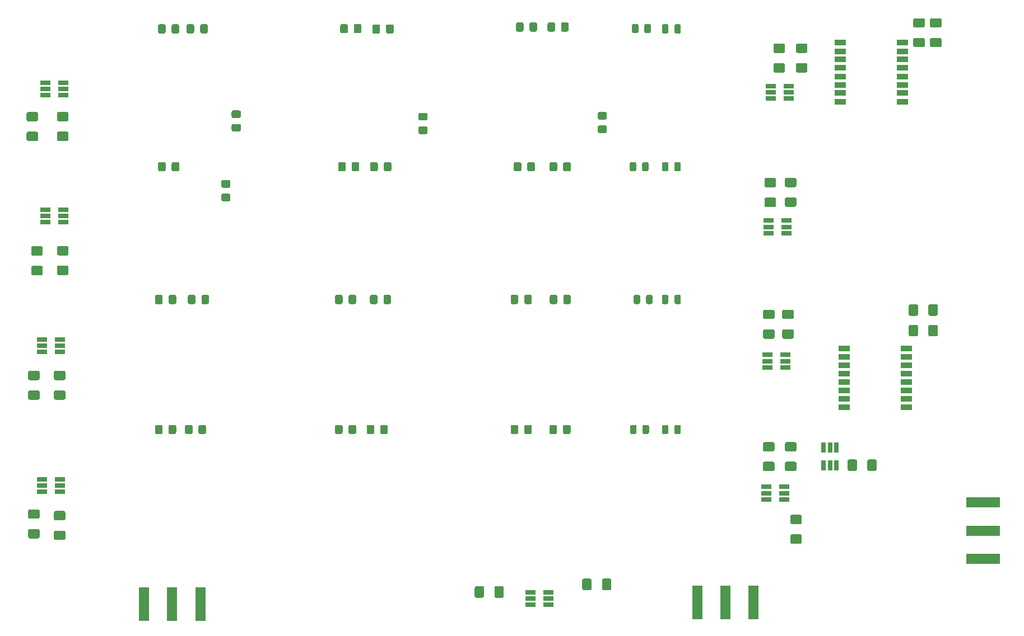
<source format=gbr>
G04 #@! TF.GenerationSoftware,KiCad,Pcbnew,(5.1.10)-1*
G04 #@! TF.CreationDate,2021-09-09T12:48:54+02:00*
G04 #@! TF.ProjectId,bandfilter,62616e64-6669-46c7-9465-722e6b696361,rev?*
G04 #@! TF.SameCoordinates,Original*
G04 #@! TF.FileFunction,Paste,Top*
G04 #@! TF.FilePolarity,Positive*
%FSLAX46Y46*%
G04 Gerber Fmt 4.6, Leading zero omitted, Abs format (unit mm)*
G04 Created by KiCad (PCBNEW (5.1.10)-1) date 2021-09-09 12:48:54*
%MOMM*%
%LPD*%
G01*
G04 APERTURE LIST*
%ADD10R,1.560000X0.650000*%
%ADD11R,1.700000X0.900000*%
%ADD12R,0.650000X1.560000*%
%ADD13R,1.500000X5.080000*%
%ADD14R,5.080000X1.500000*%
G04 APERTURE END LIST*
G36*
G01*
X148095000Y-109210000D02*
X148095000Y-107960000D01*
G75*
G02*
X148345000Y-107710000I250000J0D01*
G01*
X149270000Y-107710000D01*
G75*
G02*
X149520000Y-107960000I0J-250000D01*
G01*
X149520000Y-109210000D01*
G75*
G02*
X149270000Y-109460000I-250000J0D01*
G01*
X148345000Y-109460000D01*
G75*
G02*
X148095000Y-109210000I0J250000D01*
G01*
G37*
G36*
G01*
X145120000Y-109210000D02*
X145120000Y-107960000D01*
G75*
G02*
X145370000Y-107710000I250000J0D01*
G01*
X146295000Y-107710000D01*
G75*
G02*
X146545000Y-107960000I0J-250000D01*
G01*
X146545000Y-109210000D01*
G75*
G02*
X146295000Y-109460000I-250000J0D01*
G01*
X145370000Y-109460000D01*
G75*
G02*
X145120000Y-109210000I0J250000D01*
G01*
G37*
G36*
G01*
X130289000Y-109103000D02*
X130289000Y-110353000D01*
G75*
G02*
X130039000Y-110603000I-250000J0D01*
G01*
X129114000Y-110603000D01*
G75*
G02*
X128864000Y-110353000I0J250000D01*
G01*
X128864000Y-109103000D01*
G75*
G02*
X129114000Y-108853000I250000J0D01*
G01*
X130039000Y-108853000D01*
G75*
G02*
X130289000Y-109103000I0J-250000D01*
G01*
G37*
G36*
G01*
X133264000Y-109103000D02*
X133264000Y-110353000D01*
G75*
G02*
X133014000Y-110603000I-250000J0D01*
G01*
X132089000Y-110603000D01*
G75*
G02*
X131839000Y-110353000I0J250000D01*
G01*
X131839000Y-109103000D01*
G75*
G02*
X132089000Y-108853000I250000J0D01*
G01*
X133014000Y-108853000D01*
G75*
G02*
X133264000Y-109103000I0J-250000D01*
G01*
G37*
D10*
X140034000Y-110744000D03*
X140034000Y-109794000D03*
X140034000Y-111694000D03*
X137334000Y-111694000D03*
X137334000Y-110744000D03*
X137334000Y-109794000D03*
G36*
G01*
X195399500Y-25857500D02*
X196649500Y-25857500D01*
G75*
G02*
X196899500Y-26107500I0J-250000D01*
G01*
X196899500Y-27032500D01*
G75*
G02*
X196649500Y-27282500I-250000J0D01*
G01*
X195399500Y-27282500D01*
G75*
G02*
X195149500Y-27032500I0J250000D01*
G01*
X195149500Y-26107500D01*
G75*
G02*
X195399500Y-25857500I250000J0D01*
G01*
G37*
G36*
G01*
X195399500Y-22882500D02*
X196649500Y-22882500D01*
G75*
G02*
X196899500Y-23132500I0J-250000D01*
G01*
X196899500Y-24057500D01*
G75*
G02*
X196649500Y-24307500I-250000J0D01*
G01*
X195399500Y-24307500D01*
G75*
G02*
X195149500Y-24057500I0J250000D01*
G01*
X195149500Y-23132500D01*
G75*
G02*
X195399500Y-22882500I250000J0D01*
G01*
G37*
G36*
G01*
X195884500Y-69542500D02*
X195884500Y-70792500D01*
G75*
G02*
X195634500Y-71042500I-250000J0D01*
G01*
X194709500Y-71042500D01*
G75*
G02*
X194459500Y-70792500I0J250000D01*
G01*
X194459500Y-69542500D01*
G75*
G02*
X194709500Y-69292500I250000J0D01*
G01*
X195634500Y-69292500D01*
G75*
G02*
X195884500Y-69542500I0J-250000D01*
G01*
G37*
G36*
G01*
X198859500Y-69542500D02*
X198859500Y-70792500D01*
G75*
G02*
X198609500Y-71042500I-250000J0D01*
G01*
X197684500Y-71042500D01*
G75*
G02*
X197434500Y-70792500I0J250000D01*
G01*
X197434500Y-69542500D01*
G75*
G02*
X197684500Y-69292500I250000J0D01*
G01*
X198609500Y-69292500D01*
G75*
G02*
X198859500Y-69542500I0J-250000D01*
G01*
G37*
D11*
X184720500Y-72893000D03*
X184720500Y-74173000D03*
X184720500Y-75433000D03*
X184720500Y-76703000D03*
X184720500Y-77983000D03*
X184720500Y-79253000D03*
X184720500Y-80513000D03*
X184720500Y-81793000D03*
X194120500Y-81793000D03*
X194120500Y-80513000D03*
X194120500Y-79253000D03*
X194120500Y-77983000D03*
X194120500Y-76703000D03*
X194120500Y-75433000D03*
X194120500Y-74173000D03*
X194120500Y-72893000D03*
X184085500Y-26601500D03*
X184085500Y-27881500D03*
X184085500Y-29141500D03*
X184085500Y-30411500D03*
X184085500Y-31691500D03*
X184085500Y-32961500D03*
X184085500Y-34221500D03*
X184085500Y-35501500D03*
X193485500Y-35501500D03*
X193485500Y-34221500D03*
X193485500Y-32961500D03*
X193485500Y-31691500D03*
X193485500Y-30411500D03*
X193485500Y-29141500D03*
X193485500Y-27881500D03*
X193485500Y-26601500D03*
G36*
G01*
X90799499Y-49438980D02*
X91699501Y-49438980D01*
G75*
G02*
X91949500Y-49688979I0J-249999D01*
G01*
X91949500Y-50338981D01*
G75*
G02*
X91699501Y-50588980I-249999J0D01*
G01*
X90799499Y-50588980D01*
G75*
G02*
X90549500Y-50338981I0J249999D01*
G01*
X90549500Y-49688979D01*
G75*
G02*
X90799499Y-49438980I249999J0D01*
G01*
G37*
G36*
G01*
X90799499Y-47388980D02*
X91699501Y-47388980D01*
G75*
G02*
X91949500Y-47638979I0J-249999D01*
G01*
X91949500Y-48288981D01*
G75*
G02*
X91699501Y-48538980I-249999J0D01*
G01*
X90799499Y-48538980D01*
G75*
G02*
X90549500Y-48288981I0J249999D01*
G01*
X90549500Y-47638979D01*
G75*
G02*
X90799499Y-47388980I249999J0D01*
G01*
G37*
G36*
G01*
X188201600Y-91168380D02*
X188201600Y-89918380D01*
G75*
G02*
X188451600Y-89668380I250000J0D01*
G01*
X189376600Y-89668380D01*
G75*
G02*
X189626600Y-89918380I0J-250000D01*
G01*
X189626600Y-91168380D01*
G75*
G02*
X189376600Y-91418380I-250000J0D01*
G01*
X188451600Y-91418380D01*
G75*
G02*
X188201600Y-91168380I0J250000D01*
G01*
G37*
G36*
G01*
X185226600Y-91168380D02*
X185226600Y-89918380D01*
G75*
G02*
X185476600Y-89668380I250000J0D01*
G01*
X186401600Y-89668380D01*
G75*
G02*
X186651600Y-89918380I0J-250000D01*
G01*
X186651600Y-91168380D01*
G75*
G02*
X186401600Y-91418380I-250000J0D01*
G01*
X185476600Y-91418380D01*
G75*
G02*
X185226600Y-91168380I0J250000D01*
G01*
G37*
G36*
G01*
X197939500Y-25857500D02*
X199189500Y-25857500D01*
G75*
G02*
X199439500Y-26107500I0J-250000D01*
G01*
X199439500Y-27032500D01*
G75*
G02*
X199189500Y-27282500I-250000J0D01*
G01*
X197939500Y-27282500D01*
G75*
G02*
X197689500Y-27032500I0J250000D01*
G01*
X197689500Y-26107500D01*
G75*
G02*
X197939500Y-25857500I250000J0D01*
G01*
G37*
G36*
G01*
X197939500Y-22882500D02*
X199189500Y-22882500D01*
G75*
G02*
X199439500Y-23132500I0J-250000D01*
G01*
X199439500Y-24057500D01*
G75*
G02*
X199189500Y-24307500I-250000J0D01*
G01*
X197939500Y-24307500D01*
G75*
G02*
X197689500Y-24057500I0J250000D01*
G01*
X197689500Y-23132500D01*
G75*
G02*
X197939500Y-22882500I250000J0D01*
G01*
G37*
D10*
X176320440Y-35052040D03*
X176320440Y-34102040D03*
X176320440Y-33152040D03*
X173620440Y-33152040D03*
X173620440Y-35052040D03*
X173620440Y-34102040D03*
X63963560Y-32628800D03*
X63963560Y-33578800D03*
X63963560Y-34528800D03*
X66663560Y-34528800D03*
X66663560Y-32628800D03*
X66663560Y-33578800D03*
X63963560Y-51846440D03*
X63963560Y-52796440D03*
X63963560Y-53746440D03*
X66663560Y-53746440D03*
X66663560Y-51846440D03*
X66663560Y-52796440D03*
X66196200Y-72430640D03*
X66196200Y-71480640D03*
X66196200Y-73380640D03*
X63496200Y-73380640D03*
X63496200Y-72430640D03*
X63496200Y-71480640D03*
X63496200Y-92659160D03*
X63496200Y-93609160D03*
X63496200Y-94559160D03*
X66196200Y-94559160D03*
X66196200Y-92659160D03*
X66196200Y-93609160D03*
X173290240Y-54477920D03*
X173290240Y-55427920D03*
X173290240Y-53527920D03*
X175990240Y-53527920D03*
X175990240Y-54477920D03*
X175990240Y-55427920D03*
X173153080Y-74797920D03*
X173153080Y-75747920D03*
X173153080Y-73847920D03*
X175853080Y-73847920D03*
X175853080Y-74797920D03*
X175853080Y-75747920D03*
X172975280Y-94762320D03*
X172975280Y-95712320D03*
X172975280Y-93812320D03*
X175675280Y-93812320D03*
X175675280Y-94762320D03*
X175675280Y-95712320D03*
D12*
X181615040Y-90539560D03*
X182565040Y-90539560D03*
X183515040Y-90539560D03*
X183515040Y-87839560D03*
X181615040Y-87839560D03*
X182565040Y-87839560D03*
G36*
G01*
X80995720Y-24955921D02*
X80995720Y-24055919D01*
G75*
G02*
X81245719Y-23805920I249999J0D01*
G01*
X81895721Y-23805920D01*
G75*
G02*
X82145720Y-24055919I0J-249999D01*
G01*
X82145720Y-24955921D01*
G75*
G02*
X81895721Y-25205920I-249999J0D01*
G01*
X81245719Y-25205920D01*
G75*
G02*
X80995720Y-24955921I0J249999D01*
G01*
G37*
G36*
G01*
X83045720Y-24955921D02*
X83045720Y-24055919D01*
G75*
G02*
X83295719Y-23805920I249999J0D01*
G01*
X83945721Y-23805920D01*
G75*
G02*
X84195720Y-24055919I0J-249999D01*
G01*
X84195720Y-24955921D01*
G75*
G02*
X83945721Y-25205920I-249999J0D01*
G01*
X83295719Y-25205920D01*
G75*
G02*
X83045720Y-24955921I0J249999D01*
G01*
G37*
G36*
G01*
X81016040Y-45814401D02*
X81016040Y-44914399D01*
G75*
G02*
X81266039Y-44664400I249999J0D01*
G01*
X81916041Y-44664400D01*
G75*
G02*
X82166040Y-44914399I0J-249999D01*
G01*
X82166040Y-45814401D01*
G75*
G02*
X81916041Y-46064400I-249999J0D01*
G01*
X81266039Y-46064400D01*
G75*
G02*
X81016040Y-45814401I0J249999D01*
G01*
G37*
G36*
G01*
X83066040Y-45814401D02*
X83066040Y-44914399D01*
G75*
G02*
X83316039Y-44664400I249999J0D01*
G01*
X83966041Y-44664400D01*
G75*
G02*
X84216040Y-44914399I0J-249999D01*
G01*
X84216040Y-45814401D01*
G75*
G02*
X83966041Y-46064400I-249999J0D01*
G01*
X83316039Y-46064400D01*
G75*
G02*
X83066040Y-45814401I0J249999D01*
G01*
G37*
G36*
G01*
X80548680Y-65900721D02*
X80548680Y-65000719D01*
G75*
G02*
X80798679Y-64750720I249999J0D01*
G01*
X81448681Y-64750720D01*
G75*
G02*
X81698680Y-65000719I0J-249999D01*
G01*
X81698680Y-65900721D01*
G75*
G02*
X81448681Y-66150720I-249999J0D01*
G01*
X80798679Y-66150720D01*
G75*
G02*
X80548680Y-65900721I0J249999D01*
G01*
G37*
G36*
G01*
X82598680Y-65900721D02*
X82598680Y-65000719D01*
G75*
G02*
X82848679Y-64750720I249999J0D01*
G01*
X83498681Y-64750720D01*
G75*
G02*
X83748680Y-65000719I0J-249999D01*
G01*
X83748680Y-65900721D01*
G75*
G02*
X83498681Y-66150720I-249999J0D01*
G01*
X82848679Y-66150720D01*
G75*
G02*
X82598680Y-65900721I0J249999D01*
G01*
G37*
G36*
G01*
X86219880Y-84690799D02*
X86219880Y-85590801D01*
G75*
G02*
X85969881Y-85840800I-249999J0D01*
G01*
X85319879Y-85840800D01*
G75*
G02*
X85069880Y-85590801I0J249999D01*
G01*
X85069880Y-84690799D01*
G75*
G02*
X85319879Y-84440800I249999J0D01*
G01*
X85969881Y-84440800D01*
G75*
G02*
X86219880Y-84690799I0J-249999D01*
G01*
G37*
G36*
G01*
X88269880Y-84690799D02*
X88269880Y-85590801D01*
G75*
G02*
X88019881Y-85840800I-249999J0D01*
G01*
X87369879Y-85840800D01*
G75*
G02*
X87119880Y-85590801I0J249999D01*
G01*
X87119880Y-84690799D01*
G75*
G02*
X87369879Y-84440800I249999J0D01*
G01*
X88019881Y-84440800D01*
G75*
G02*
X88269880Y-84690799I0J-249999D01*
G01*
G37*
G36*
G01*
X86473880Y-24040679D02*
X86473880Y-24940681D01*
G75*
G02*
X86223881Y-25190680I-249999J0D01*
G01*
X85573879Y-25190680D01*
G75*
G02*
X85323880Y-24940681I0J249999D01*
G01*
X85323880Y-24040679D01*
G75*
G02*
X85573879Y-23790680I249999J0D01*
G01*
X86223881Y-23790680D01*
G75*
G02*
X86473880Y-24040679I0J-249999D01*
G01*
G37*
G36*
G01*
X88523880Y-24040679D02*
X88523880Y-24940681D01*
G75*
G02*
X88273881Y-25190680I-249999J0D01*
G01*
X87623879Y-25190680D01*
G75*
G02*
X87373880Y-24940681I0J249999D01*
G01*
X87373880Y-24040679D01*
G75*
G02*
X87623879Y-23790680I249999J0D01*
G01*
X88273881Y-23790680D01*
G75*
G02*
X88523880Y-24040679I0J-249999D01*
G01*
G37*
G36*
G01*
X88722000Y-65000719D02*
X88722000Y-65900721D01*
G75*
G02*
X88472001Y-66150720I-249999J0D01*
G01*
X87821999Y-66150720D01*
G75*
G02*
X87572000Y-65900721I0J249999D01*
G01*
X87572000Y-65000719D01*
G75*
G02*
X87821999Y-64750720I249999J0D01*
G01*
X88472001Y-64750720D01*
G75*
G02*
X88722000Y-65000719I0J-249999D01*
G01*
G37*
G36*
G01*
X86672000Y-65000719D02*
X86672000Y-65900721D01*
G75*
G02*
X86422001Y-66150720I-249999J0D01*
G01*
X85771999Y-66150720D01*
G75*
G02*
X85522000Y-65900721I0J249999D01*
G01*
X85522000Y-65000719D01*
G75*
G02*
X85771999Y-64750720I249999J0D01*
G01*
X86422001Y-64750720D01*
G75*
G02*
X86672000Y-65000719I0J-249999D01*
G01*
G37*
G36*
G01*
X80548680Y-85590801D02*
X80548680Y-84690799D01*
G75*
G02*
X80798679Y-84440800I249999J0D01*
G01*
X81448681Y-84440800D01*
G75*
G02*
X81698680Y-84690799I0J-249999D01*
G01*
X81698680Y-85590801D01*
G75*
G02*
X81448681Y-85840800I-249999J0D01*
G01*
X80798679Y-85840800D01*
G75*
G02*
X80548680Y-85590801I0J249999D01*
G01*
G37*
G36*
G01*
X82598680Y-85590801D02*
X82598680Y-84690799D01*
G75*
G02*
X82848679Y-84440800I249999J0D01*
G01*
X83498681Y-84440800D01*
G75*
G02*
X83748680Y-84690799I0J-249999D01*
G01*
X83748680Y-85590801D01*
G75*
G02*
X83498681Y-85840800I-249999J0D01*
G01*
X82848679Y-85840800D01*
G75*
G02*
X82598680Y-85590801I0J249999D01*
G01*
G37*
G36*
G01*
X92376839Y-38885280D02*
X93276841Y-38885280D01*
G75*
G02*
X93526840Y-39135279I0J-249999D01*
G01*
X93526840Y-39785281D01*
G75*
G02*
X93276841Y-40035280I-249999J0D01*
G01*
X92376839Y-40035280D01*
G75*
G02*
X92126840Y-39785281I0J249999D01*
G01*
X92126840Y-39135279D01*
G75*
G02*
X92376839Y-38885280I249999J0D01*
G01*
G37*
G36*
G01*
X92376839Y-36835280D02*
X93276841Y-36835280D01*
G75*
G02*
X93526840Y-37085279I0J-249999D01*
G01*
X93526840Y-37735281D01*
G75*
G02*
X93276841Y-37985280I-249999J0D01*
G01*
X92376839Y-37985280D01*
G75*
G02*
X92126840Y-37735281I0J249999D01*
G01*
X92126840Y-37085279D01*
G75*
G02*
X92376839Y-36835280I249999J0D01*
G01*
G37*
G36*
G01*
X113411200Y-24966081D02*
X113411200Y-24066079D01*
G75*
G02*
X113661199Y-23816080I249999J0D01*
G01*
X114311201Y-23816080D01*
G75*
G02*
X114561200Y-24066079I0J-249999D01*
G01*
X114561200Y-24966081D01*
G75*
G02*
X114311201Y-25216080I-249999J0D01*
G01*
X113661199Y-25216080D01*
G75*
G02*
X113411200Y-24966081I0J249999D01*
G01*
G37*
G36*
G01*
X115461200Y-24966081D02*
X115461200Y-24066079D01*
G75*
G02*
X115711199Y-23816080I249999J0D01*
G01*
X116361201Y-23816080D01*
G75*
G02*
X116611200Y-24066079I0J-249999D01*
G01*
X116611200Y-24966081D01*
G75*
G02*
X116361201Y-25216080I-249999J0D01*
G01*
X115711199Y-25216080D01*
G75*
G02*
X115461200Y-24966081I0J249999D01*
G01*
G37*
G36*
G01*
X111419440Y-44914399D02*
X111419440Y-45814401D01*
G75*
G02*
X111169441Y-46064400I-249999J0D01*
G01*
X110519439Y-46064400D01*
G75*
G02*
X110269440Y-45814401I0J249999D01*
G01*
X110269440Y-44914399D01*
G75*
G02*
X110519439Y-44664400I249999J0D01*
G01*
X111169441Y-44664400D01*
G75*
G02*
X111419440Y-44914399I0J-249999D01*
G01*
G37*
G36*
G01*
X109369440Y-44914399D02*
X109369440Y-45814401D01*
G75*
G02*
X109119441Y-46064400I-249999J0D01*
G01*
X108469439Y-46064400D01*
G75*
G02*
X108219440Y-45814401I0J249999D01*
G01*
X108219440Y-44914399D01*
G75*
G02*
X108469439Y-44664400I249999J0D01*
G01*
X109119441Y-44664400D01*
G75*
G02*
X109369440Y-44914399I0J-249999D01*
G01*
G37*
G36*
G01*
X110952080Y-65000719D02*
X110952080Y-65900721D01*
G75*
G02*
X110702081Y-66150720I-249999J0D01*
G01*
X110052079Y-66150720D01*
G75*
G02*
X109802080Y-65900721I0J249999D01*
G01*
X109802080Y-65000719D01*
G75*
G02*
X110052079Y-64750720I249999J0D01*
G01*
X110702081Y-64750720D01*
G75*
G02*
X110952080Y-65000719I0J-249999D01*
G01*
G37*
G36*
G01*
X108902080Y-65000719D02*
X108902080Y-65900721D01*
G75*
G02*
X108652081Y-66150720I-249999J0D01*
G01*
X108002079Y-66150720D01*
G75*
G02*
X107752080Y-65900721I0J249999D01*
G01*
X107752080Y-65000719D01*
G75*
G02*
X108002079Y-64750720I249999J0D01*
G01*
X108652081Y-64750720D01*
G75*
G02*
X108902080Y-65000719I0J-249999D01*
G01*
G37*
G36*
G01*
X108902080Y-84690799D02*
X108902080Y-85590801D01*
G75*
G02*
X108652081Y-85840800I-249999J0D01*
G01*
X108002079Y-85840800D01*
G75*
G02*
X107752080Y-85590801I0J249999D01*
G01*
X107752080Y-84690799D01*
G75*
G02*
X108002079Y-84440800I249999J0D01*
G01*
X108652081Y-84440800D01*
G75*
G02*
X108902080Y-84690799I0J-249999D01*
G01*
G37*
G36*
G01*
X110952080Y-84690799D02*
X110952080Y-85590801D01*
G75*
G02*
X110702081Y-85840800I-249999J0D01*
G01*
X110052079Y-85840800D01*
G75*
G02*
X109802080Y-85590801I0J249999D01*
G01*
X109802080Y-84690799D01*
G75*
G02*
X110052079Y-84440800I249999J0D01*
G01*
X110702081Y-84440800D01*
G75*
G02*
X110952080Y-84690799I0J-249999D01*
G01*
G37*
G36*
G01*
X114231000Y-44914399D02*
X114231000Y-45814401D01*
G75*
G02*
X113981001Y-46064400I-249999J0D01*
G01*
X113330999Y-46064400D01*
G75*
G02*
X113081000Y-45814401I0J249999D01*
G01*
X113081000Y-44914399D01*
G75*
G02*
X113330999Y-44664400I249999J0D01*
G01*
X113981001Y-44664400D01*
G75*
G02*
X114231000Y-44914399I0J-249999D01*
G01*
G37*
G36*
G01*
X116281000Y-44914399D02*
X116281000Y-45814401D01*
G75*
G02*
X116031001Y-46064400I-249999J0D01*
G01*
X115380999Y-46064400D01*
G75*
G02*
X115131000Y-45814401I0J249999D01*
G01*
X115131000Y-44914399D01*
G75*
G02*
X115380999Y-44664400I249999J0D01*
G01*
X116031001Y-44664400D01*
G75*
G02*
X116281000Y-44914399I0J-249999D01*
G01*
G37*
G36*
G01*
X114175120Y-65000719D02*
X114175120Y-65900721D01*
G75*
G02*
X113925121Y-66150720I-249999J0D01*
G01*
X113275119Y-66150720D01*
G75*
G02*
X113025120Y-65900721I0J249999D01*
G01*
X113025120Y-65000719D01*
G75*
G02*
X113275119Y-64750720I249999J0D01*
G01*
X113925121Y-64750720D01*
G75*
G02*
X114175120Y-65000719I0J-249999D01*
G01*
G37*
G36*
G01*
X116225120Y-65000719D02*
X116225120Y-65900721D01*
G75*
G02*
X115975121Y-66150720I-249999J0D01*
G01*
X115325119Y-66150720D01*
G75*
G02*
X115075120Y-65900721I0J249999D01*
G01*
X115075120Y-65000719D01*
G75*
G02*
X115325119Y-64750720I249999J0D01*
G01*
X115975121Y-64750720D01*
G75*
G02*
X116225120Y-65000719I0J-249999D01*
G01*
G37*
G36*
G01*
X115737440Y-84690799D02*
X115737440Y-85590801D01*
G75*
G02*
X115487441Y-85840800I-249999J0D01*
G01*
X114837439Y-85840800D01*
G75*
G02*
X114587440Y-85590801I0J249999D01*
G01*
X114587440Y-84690799D01*
G75*
G02*
X114837439Y-84440800I249999J0D01*
G01*
X115487441Y-84440800D01*
G75*
G02*
X115737440Y-84690799I0J-249999D01*
G01*
G37*
G36*
G01*
X113687440Y-84690799D02*
X113687440Y-85590801D01*
G75*
G02*
X113437441Y-85840800I-249999J0D01*
G01*
X112787439Y-85840800D01*
G75*
G02*
X112537440Y-85590801I0J249999D01*
G01*
X112537440Y-84690799D01*
G75*
G02*
X112787439Y-84440800I249999J0D01*
G01*
X113437441Y-84440800D01*
G75*
G02*
X113687440Y-84690799I0J-249999D01*
G01*
G37*
G36*
G01*
X109699640Y-24015279D02*
X109699640Y-24915281D01*
G75*
G02*
X109449641Y-25165280I-249999J0D01*
G01*
X108799639Y-25165280D01*
G75*
G02*
X108549640Y-24915281I0J249999D01*
G01*
X108549640Y-24015279D01*
G75*
G02*
X108799639Y-23765280I249999J0D01*
G01*
X109449641Y-23765280D01*
G75*
G02*
X109699640Y-24015279I0J-249999D01*
G01*
G37*
G36*
G01*
X111749640Y-24015279D02*
X111749640Y-24915281D01*
G75*
G02*
X111499641Y-25165280I-249999J0D01*
G01*
X110849639Y-25165280D01*
G75*
G02*
X110599640Y-24915281I0J249999D01*
G01*
X110599640Y-24015279D01*
G75*
G02*
X110849639Y-23765280I249999J0D01*
G01*
X111499641Y-23765280D01*
G75*
G02*
X111749640Y-24015279I0J-249999D01*
G01*
G37*
G36*
G01*
X120596239Y-37216280D02*
X121496241Y-37216280D01*
G75*
G02*
X121746240Y-37466279I0J-249999D01*
G01*
X121746240Y-38116281D01*
G75*
G02*
X121496241Y-38366280I-249999J0D01*
G01*
X120596239Y-38366280D01*
G75*
G02*
X120346240Y-38116281I0J249999D01*
G01*
X120346240Y-37466279D01*
G75*
G02*
X120596239Y-37216280I249999J0D01*
G01*
G37*
G36*
G01*
X120596239Y-39266280D02*
X121496241Y-39266280D01*
G75*
G02*
X121746240Y-39516279I0J-249999D01*
G01*
X121746240Y-40166281D01*
G75*
G02*
X121496241Y-40416280I-249999J0D01*
G01*
X120596239Y-40416280D01*
G75*
G02*
X120346240Y-40166281I0J249999D01*
G01*
X120346240Y-39516279D01*
G75*
G02*
X120596239Y-39266280I249999J0D01*
G01*
G37*
G36*
G01*
X137147720Y-24666361D02*
X137147720Y-23766359D01*
G75*
G02*
X137397719Y-23516360I249999J0D01*
G01*
X138047721Y-23516360D01*
G75*
G02*
X138297720Y-23766359I0J-249999D01*
G01*
X138297720Y-24666361D01*
G75*
G02*
X138047721Y-24916360I-249999J0D01*
G01*
X137397719Y-24916360D01*
G75*
G02*
X137147720Y-24666361I0J249999D01*
G01*
G37*
G36*
G01*
X135097720Y-24666361D02*
X135097720Y-23766359D01*
G75*
G02*
X135347719Y-23516360I249999J0D01*
G01*
X135997721Y-23516360D01*
G75*
G02*
X136247720Y-23766359I0J-249999D01*
G01*
X136247720Y-24666361D01*
G75*
G02*
X135997721Y-24916360I-249999J0D01*
G01*
X135347719Y-24916360D01*
G75*
G02*
X135097720Y-24666361I0J249999D01*
G01*
G37*
G36*
G01*
X136817520Y-45814401D02*
X136817520Y-44914399D01*
G75*
G02*
X137067519Y-44664400I249999J0D01*
G01*
X137717521Y-44664400D01*
G75*
G02*
X137967520Y-44914399I0J-249999D01*
G01*
X137967520Y-45814401D01*
G75*
G02*
X137717521Y-46064400I-249999J0D01*
G01*
X137067519Y-46064400D01*
G75*
G02*
X136817520Y-45814401I0J249999D01*
G01*
G37*
G36*
G01*
X134767520Y-45814401D02*
X134767520Y-44914399D01*
G75*
G02*
X135017519Y-44664400I249999J0D01*
G01*
X135667521Y-44664400D01*
G75*
G02*
X135917520Y-44914399I0J-249999D01*
G01*
X135917520Y-45814401D01*
G75*
G02*
X135667521Y-46064400I-249999J0D01*
G01*
X135017519Y-46064400D01*
G75*
G02*
X134767520Y-45814401I0J249999D01*
G01*
G37*
G36*
G01*
X134300160Y-65900721D02*
X134300160Y-65000719D01*
G75*
G02*
X134550159Y-64750720I249999J0D01*
G01*
X135200161Y-64750720D01*
G75*
G02*
X135450160Y-65000719I0J-249999D01*
G01*
X135450160Y-65900721D01*
G75*
G02*
X135200161Y-66150720I-249999J0D01*
G01*
X134550159Y-66150720D01*
G75*
G02*
X134300160Y-65900721I0J249999D01*
G01*
G37*
G36*
G01*
X136350160Y-65900721D02*
X136350160Y-65000719D01*
G75*
G02*
X136600159Y-64750720I249999J0D01*
G01*
X137250161Y-64750720D01*
G75*
G02*
X137500160Y-65000719I0J-249999D01*
G01*
X137500160Y-65900721D01*
G75*
G02*
X137250161Y-66150720I-249999J0D01*
G01*
X136600159Y-66150720D01*
G75*
G02*
X136350160Y-65900721I0J249999D01*
G01*
G37*
G36*
G01*
X143357400Y-84690799D02*
X143357400Y-85590801D01*
G75*
G02*
X143107401Y-85840800I-249999J0D01*
G01*
X142457399Y-85840800D01*
G75*
G02*
X142207400Y-85590801I0J249999D01*
G01*
X142207400Y-84690799D01*
G75*
G02*
X142457399Y-84440800I249999J0D01*
G01*
X143107401Y-84440800D01*
G75*
G02*
X143357400Y-84690799I0J-249999D01*
G01*
G37*
G36*
G01*
X141307400Y-84690799D02*
X141307400Y-85590801D01*
G75*
G02*
X141057401Y-85840800I-249999J0D01*
G01*
X140407399Y-85840800D01*
G75*
G02*
X140157400Y-85590801I0J249999D01*
G01*
X140157400Y-84690799D01*
G75*
G02*
X140407399Y-84440800I249999J0D01*
G01*
X141057401Y-84440800D01*
G75*
G02*
X141307400Y-84690799I0J-249999D01*
G01*
G37*
G36*
G01*
X143078000Y-23766359D02*
X143078000Y-24666361D01*
G75*
G02*
X142828001Y-24916360I-249999J0D01*
G01*
X142177999Y-24916360D01*
G75*
G02*
X141928000Y-24666361I0J249999D01*
G01*
X141928000Y-23766359D01*
G75*
G02*
X142177999Y-23516360I249999J0D01*
G01*
X142828001Y-23516360D01*
G75*
G02*
X143078000Y-23766359I0J-249999D01*
G01*
G37*
G36*
G01*
X141028000Y-23766359D02*
X141028000Y-24666361D01*
G75*
G02*
X140778001Y-24916360I-249999J0D01*
G01*
X140127999Y-24916360D01*
G75*
G02*
X139878000Y-24666361I0J249999D01*
G01*
X139878000Y-23766359D01*
G75*
G02*
X140127999Y-23516360I249999J0D01*
G01*
X140778001Y-23516360D01*
G75*
G02*
X141028000Y-23766359I0J-249999D01*
G01*
G37*
G36*
G01*
X143392960Y-44914399D02*
X143392960Y-45814401D01*
G75*
G02*
X143142961Y-46064400I-249999J0D01*
G01*
X142492959Y-46064400D01*
G75*
G02*
X142242960Y-45814401I0J249999D01*
G01*
X142242960Y-44914399D01*
G75*
G02*
X142492959Y-44664400I249999J0D01*
G01*
X143142961Y-44664400D01*
G75*
G02*
X143392960Y-44914399I0J-249999D01*
G01*
G37*
G36*
G01*
X141342960Y-44914399D02*
X141342960Y-45814401D01*
G75*
G02*
X141092961Y-46064400I-249999J0D01*
G01*
X140442959Y-46064400D01*
G75*
G02*
X140192960Y-45814401I0J249999D01*
G01*
X140192960Y-44914399D01*
G75*
G02*
X140442959Y-44664400I249999J0D01*
G01*
X141092961Y-44664400D01*
G75*
G02*
X141342960Y-44914399I0J-249999D01*
G01*
G37*
G36*
G01*
X141353120Y-65000719D02*
X141353120Y-65900721D01*
G75*
G02*
X141103121Y-66150720I-249999J0D01*
G01*
X140453119Y-66150720D01*
G75*
G02*
X140203120Y-65900721I0J249999D01*
G01*
X140203120Y-65000719D01*
G75*
G02*
X140453119Y-64750720I249999J0D01*
G01*
X141103121Y-64750720D01*
G75*
G02*
X141353120Y-65000719I0J-249999D01*
G01*
G37*
G36*
G01*
X143403120Y-65000719D02*
X143403120Y-65900721D01*
G75*
G02*
X143153121Y-66150720I-249999J0D01*
G01*
X142503119Y-66150720D01*
G75*
G02*
X142253120Y-65900721I0J249999D01*
G01*
X142253120Y-65000719D01*
G75*
G02*
X142503119Y-64750720I249999J0D01*
G01*
X143153121Y-64750720D01*
G75*
G02*
X143403120Y-65000719I0J-249999D01*
G01*
G37*
G36*
G01*
X136350160Y-85590801D02*
X136350160Y-84690799D01*
G75*
G02*
X136600159Y-84440800I249999J0D01*
G01*
X137250161Y-84440800D01*
G75*
G02*
X137500160Y-84690799I0J-249999D01*
G01*
X137500160Y-85590801D01*
G75*
G02*
X137250161Y-85840800I-249999J0D01*
G01*
X136600159Y-85840800D01*
G75*
G02*
X136350160Y-85590801I0J249999D01*
G01*
G37*
G36*
G01*
X134300160Y-85590801D02*
X134300160Y-84690799D01*
G75*
G02*
X134550159Y-84440800I249999J0D01*
G01*
X135200161Y-84440800D01*
G75*
G02*
X135450160Y-84690799I0J-249999D01*
G01*
X135450160Y-85590801D01*
G75*
G02*
X135200161Y-85840800I-249999J0D01*
G01*
X134550159Y-85840800D01*
G75*
G02*
X134300160Y-85590801I0J249999D01*
G01*
G37*
G36*
G01*
X147703119Y-39122880D02*
X148603121Y-39122880D01*
G75*
G02*
X148853120Y-39372879I0J-249999D01*
G01*
X148853120Y-40022881D01*
G75*
G02*
X148603121Y-40272880I-249999J0D01*
G01*
X147703119Y-40272880D01*
G75*
G02*
X147453120Y-40022881I0J249999D01*
G01*
X147453120Y-39372879D01*
G75*
G02*
X147703119Y-39122880I249999J0D01*
G01*
G37*
G36*
G01*
X147703119Y-37072880D02*
X148603121Y-37072880D01*
G75*
G02*
X148853120Y-37322879I0J-249999D01*
G01*
X148853120Y-37972881D01*
G75*
G02*
X148603121Y-38222880I-249999J0D01*
G01*
X147703119Y-38222880D01*
G75*
G02*
X147453120Y-37972881I0J249999D01*
G01*
X147453120Y-37322879D01*
G75*
G02*
X147703119Y-37072880I249999J0D01*
G01*
G37*
G36*
G01*
X152636160Y-24906290D02*
X152636160Y-23993790D01*
G75*
G02*
X152879910Y-23750040I243750J0D01*
G01*
X153367410Y-23750040D01*
G75*
G02*
X153611160Y-23993790I0J-243750D01*
G01*
X153611160Y-24906290D01*
G75*
G02*
X153367410Y-25150040I-243750J0D01*
G01*
X152879910Y-25150040D01*
G75*
G02*
X152636160Y-24906290I0J243750D01*
G01*
G37*
G36*
G01*
X154511160Y-24906290D02*
X154511160Y-23993790D01*
G75*
G02*
X154754910Y-23750040I243750J0D01*
G01*
X155242410Y-23750040D01*
G75*
G02*
X155486160Y-23993790I0J-243750D01*
G01*
X155486160Y-24906290D01*
G75*
G02*
X155242410Y-25150040I-243750J0D01*
G01*
X154754910Y-25150040D01*
G75*
G02*
X154511160Y-24906290I0J243750D01*
G01*
G37*
G36*
G01*
X154180960Y-45820650D02*
X154180960Y-44908150D01*
G75*
G02*
X154424710Y-44664400I243750J0D01*
G01*
X154912210Y-44664400D01*
G75*
G02*
X155155960Y-44908150I0J-243750D01*
G01*
X155155960Y-45820650D01*
G75*
G02*
X154912210Y-46064400I-243750J0D01*
G01*
X154424710Y-46064400D01*
G75*
G02*
X154180960Y-45820650I0J243750D01*
G01*
G37*
G36*
G01*
X152305960Y-45820650D02*
X152305960Y-44908150D01*
G75*
G02*
X152549710Y-44664400I243750J0D01*
G01*
X153037210Y-44664400D01*
G75*
G02*
X153280960Y-44908150I0J-243750D01*
G01*
X153280960Y-45820650D01*
G75*
G02*
X153037210Y-46064400I-243750J0D01*
G01*
X152549710Y-46064400D01*
G75*
G02*
X152305960Y-45820650I0J243750D01*
G01*
G37*
G36*
G01*
X160022600Y-64994470D02*
X160022600Y-65906970D01*
G75*
G02*
X159778850Y-66150720I-243750J0D01*
G01*
X159291350Y-66150720D01*
G75*
G02*
X159047600Y-65906970I0J243750D01*
G01*
X159047600Y-64994470D01*
G75*
G02*
X159291350Y-64750720I243750J0D01*
G01*
X159778850Y-64750720D01*
G75*
G02*
X160022600Y-64994470I0J-243750D01*
G01*
G37*
G36*
G01*
X158147600Y-64994470D02*
X158147600Y-65906970D01*
G75*
G02*
X157903850Y-66150720I-243750J0D01*
G01*
X157416350Y-66150720D01*
G75*
G02*
X157172600Y-65906970I0J243750D01*
G01*
X157172600Y-64994470D01*
G75*
G02*
X157416350Y-64750720I243750J0D01*
G01*
X157903850Y-64750720D01*
G75*
G02*
X158147600Y-64994470I0J-243750D01*
G01*
G37*
G36*
G01*
X152356760Y-85597050D02*
X152356760Y-84684550D01*
G75*
G02*
X152600510Y-84440800I243750J0D01*
G01*
X153088010Y-84440800D01*
G75*
G02*
X153331760Y-84684550I0J-243750D01*
G01*
X153331760Y-85597050D01*
G75*
G02*
X153088010Y-85840800I-243750J0D01*
G01*
X152600510Y-85840800D01*
G75*
G02*
X152356760Y-85597050I0J243750D01*
G01*
G37*
G36*
G01*
X154231760Y-85597050D02*
X154231760Y-84684550D01*
G75*
G02*
X154475510Y-84440800I243750J0D01*
G01*
X154963010Y-84440800D01*
G75*
G02*
X155206760Y-84684550I0J-243750D01*
G01*
X155206760Y-85597050D01*
G75*
G02*
X154963010Y-85840800I-243750J0D01*
G01*
X154475510Y-85840800D01*
G75*
G02*
X154231760Y-85597050I0J243750D01*
G01*
G37*
G36*
G01*
X158147600Y-24044590D02*
X158147600Y-24957090D01*
G75*
G02*
X157903850Y-25200840I-243750J0D01*
G01*
X157416350Y-25200840D01*
G75*
G02*
X157172600Y-24957090I0J243750D01*
G01*
X157172600Y-24044590D01*
G75*
G02*
X157416350Y-23800840I243750J0D01*
G01*
X157903850Y-23800840D01*
G75*
G02*
X158147600Y-24044590I0J-243750D01*
G01*
G37*
G36*
G01*
X160022600Y-24044590D02*
X160022600Y-24957090D01*
G75*
G02*
X159778850Y-25200840I-243750J0D01*
G01*
X159291350Y-25200840D01*
G75*
G02*
X159047600Y-24957090I0J243750D01*
G01*
X159047600Y-24044590D01*
G75*
G02*
X159291350Y-23800840I243750J0D01*
G01*
X159778850Y-23800840D01*
G75*
G02*
X160022600Y-24044590I0J-243750D01*
G01*
G37*
G36*
G01*
X160022600Y-44908150D02*
X160022600Y-45820650D01*
G75*
G02*
X159778850Y-46064400I-243750J0D01*
G01*
X159291350Y-46064400D01*
G75*
G02*
X159047600Y-45820650I0J243750D01*
G01*
X159047600Y-44908150D01*
G75*
G02*
X159291350Y-44664400I243750J0D01*
G01*
X159778850Y-44664400D01*
G75*
G02*
X160022600Y-44908150I0J-243750D01*
G01*
G37*
G36*
G01*
X158147600Y-44908150D02*
X158147600Y-45820650D01*
G75*
G02*
X157903850Y-46064400I-243750J0D01*
G01*
X157416350Y-46064400D01*
G75*
G02*
X157172600Y-45820650I0J243750D01*
G01*
X157172600Y-44908150D01*
G75*
G02*
X157416350Y-44664400I243750J0D01*
G01*
X157903850Y-44664400D01*
G75*
G02*
X158147600Y-44908150I0J-243750D01*
G01*
G37*
G36*
G01*
X154770240Y-65906970D02*
X154770240Y-64994470D01*
G75*
G02*
X155013990Y-64750720I243750J0D01*
G01*
X155501490Y-64750720D01*
G75*
G02*
X155745240Y-64994470I0J-243750D01*
G01*
X155745240Y-65906970D01*
G75*
G02*
X155501490Y-66150720I-243750J0D01*
G01*
X155013990Y-66150720D01*
G75*
G02*
X154770240Y-65906970I0J243750D01*
G01*
G37*
G36*
G01*
X152895240Y-65906970D02*
X152895240Y-64994470D01*
G75*
G02*
X153138990Y-64750720I243750J0D01*
G01*
X153626490Y-64750720D01*
G75*
G02*
X153870240Y-64994470I0J-243750D01*
G01*
X153870240Y-65906970D01*
G75*
G02*
X153626490Y-66150720I-243750J0D01*
G01*
X153138990Y-66150720D01*
G75*
G02*
X152895240Y-65906970I0J243750D01*
G01*
G37*
G36*
G01*
X158147600Y-84684550D02*
X158147600Y-85597050D01*
G75*
G02*
X157903850Y-85840800I-243750J0D01*
G01*
X157416350Y-85840800D01*
G75*
G02*
X157172600Y-85597050I0J243750D01*
G01*
X157172600Y-84684550D01*
G75*
G02*
X157416350Y-84440800I243750J0D01*
G01*
X157903850Y-84440800D01*
G75*
G02*
X158147600Y-84684550I0J-243750D01*
G01*
G37*
G36*
G01*
X160022600Y-84684550D02*
X160022600Y-85597050D01*
G75*
G02*
X159778850Y-85840800I-243750J0D01*
G01*
X159291350Y-85840800D01*
G75*
G02*
X159047600Y-85597050I0J243750D01*
G01*
X159047600Y-84684550D01*
G75*
G02*
X159291350Y-84440800I243750J0D01*
G01*
X159778850Y-84440800D01*
G75*
G02*
X160022600Y-84684550I0J-243750D01*
G01*
G37*
G36*
G01*
X62631480Y-38503560D02*
X61381480Y-38503560D01*
G75*
G02*
X61131480Y-38253560I0J250000D01*
G01*
X61131480Y-37328560D01*
G75*
G02*
X61381480Y-37078560I250000J0D01*
G01*
X62631480Y-37078560D01*
G75*
G02*
X62881480Y-37328560I0J-250000D01*
G01*
X62881480Y-38253560D01*
G75*
G02*
X62631480Y-38503560I-250000J0D01*
G01*
G37*
G36*
G01*
X62631480Y-41478560D02*
X61381480Y-41478560D01*
G75*
G02*
X61131480Y-41228560I0J250000D01*
G01*
X61131480Y-40303560D01*
G75*
G02*
X61381480Y-40053560I250000J0D01*
G01*
X62631480Y-40053560D01*
G75*
G02*
X62881480Y-40303560I0J-250000D01*
G01*
X62881480Y-41228560D01*
G75*
G02*
X62631480Y-41478560I-250000J0D01*
G01*
G37*
G36*
G01*
X63332520Y-61793480D02*
X62082520Y-61793480D01*
G75*
G02*
X61832520Y-61543480I0J250000D01*
G01*
X61832520Y-60618480D01*
G75*
G02*
X62082520Y-60368480I250000J0D01*
G01*
X63332520Y-60368480D01*
G75*
G02*
X63582520Y-60618480I0J-250000D01*
G01*
X63582520Y-61543480D01*
G75*
G02*
X63332520Y-61793480I-250000J0D01*
G01*
G37*
G36*
G01*
X63332520Y-58818480D02*
X62082520Y-58818480D01*
G75*
G02*
X61832520Y-58568480I0J250000D01*
G01*
X61832520Y-57643480D01*
G75*
G02*
X62082520Y-57393480I250000J0D01*
G01*
X63332520Y-57393480D01*
G75*
G02*
X63582520Y-57643480I0J-250000D01*
G01*
X63582520Y-58568480D01*
G75*
G02*
X63332520Y-58818480I-250000J0D01*
G01*
G37*
G36*
G01*
X62865160Y-77666720D02*
X61615160Y-77666720D01*
G75*
G02*
X61365160Y-77416720I0J250000D01*
G01*
X61365160Y-76491720D01*
G75*
G02*
X61615160Y-76241720I250000J0D01*
G01*
X62865160Y-76241720D01*
G75*
G02*
X63115160Y-76491720I0J-250000D01*
G01*
X63115160Y-77416720D01*
G75*
G02*
X62865160Y-77666720I-250000J0D01*
G01*
G37*
G36*
G01*
X62865160Y-80641720D02*
X61615160Y-80641720D01*
G75*
G02*
X61365160Y-80391720I0J250000D01*
G01*
X61365160Y-79466720D01*
G75*
G02*
X61615160Y-79216720I250000J0D01*
G01*
X62865160Y-79216720D01*
G75*
G02*
X63115160Y-79466720I0J-250000D01*
G01*
X63115160Y-80391720D01*
G75*
G02*
X62865160Y-80641720I-250000J0D01*
G01*
G37*
G36*
G01*
X62865160Y-101625760D02*
X61615160Y-101625760D01*
G75*
G02*
X61365160Y-101375760I0J250000D01*
G01*
X61365160Y-100450760D01*
G75*
G02*
X61615160Y-100200760I250000J0D01*
G01*
X62865160Y-100200760D01*
G75*
G02*
X63115160Y-100450760I0J-250000D01*
G01*
X63115160Y-101375760D01*
G75*
G02*
X62865160Y-101625760I-250000J0D01*
G01*
G37*
G36*
G01*
X62865160Y-98650760D02*
X61615160Y-98650760D01*
G75*
G02*
X61365160Y-98400760I0J250000D01*
G01*
X61365160Y-97475760D01*
G75*
G02*
X61615160Y-97225760I250000J0D01*
G01*
X62865160Y-97225760D01*
G75*
G02*
X63115160Y-97475760I0J-250000D01*
G01*
X63115160Y-98400760D01*
G75*
G02*
X62865160Y-98650760I-250000J0D01*
G01*
G37*
G36*
G01*
X65983960Y-37068400D02*
X67233960Y-37068400D01*
G75*
G02*
X67483960Y-37318400I0J-250000D01*
G01*
X67483960Y-38243400D01*
G75*
G02*
X67233960Y-38493400I-250000J0D01*
G01*
X65983960Y-38493400D01*
G75*
G02*
X65733960Y-38243400I0J250000D01*
G01*
X65733960Y-37318400D01*
G75*
G02*
X65983960Y-37068400I250000J0D01*
G01*
G37*
G36*
G01*
X65983960Y-40043400D02*
X67233960Y-40043400D01*
G75*
G02*
X67483960Y-40293400I0J-250000D01*
G01*
X67483960Y-41218400D01*
G75*
G02*
X67233960Y-41468400I-250000J0D01*
G01*
X65983960Y-41468400D01*
G75*
G02*
X65733960Y-41218400I0J250000D01*
G01*
X65733960Y-40293400D01*
G75*
G02*
X65983960Y-40043400I250000J0D01*
G01*
G37*
G36*
G01*
X65983960Y-60332920D02*
X67233960Y-60332920D01*
G75*
G02*
X67483960Y-60582920I0J-250000D01*
G01*
X67483960Y-61507920D01*
G75*
G02*
X67233960Y-61757920I-250000J0D01*
G01*
X65983960Y-61757920D01*
G75*
G02*
X65733960Y-61507920I0J250000D01*
G01*
X65733960Y-60582920D01*
G75*
G02*
X65983960Y-60332920I250000J0D01*
G01*
G37*
G36*
G01*
X65983960Y-57357920D02*
X67233960Y-57357920D01*
G75*
G02*
X67483960Y-57607920I0J-250000D01*
G01*
X67483960Y-58532920D01*
G75*
G02*
X67233960Y-58782920I-250000J0D01*
G01*
X65983960Y-58782920D01*
G75*
G02*
X65733960Y-58532920I0J250000D01*
G01*
X65733960Y-57607920D01*
G75*
G02*
X65983960Y-57357920I250000J0D01*
G01*
G37*
G36*
G01*
X65516600Y-79216720D02*
X66766600Y-79216720D01*
G75*
G02*
X67016600Y-79466720I0J-250000D01*
G01*
X67016600Y-80391720D01*
G75*
G02*
X66766600Y-80641720I-250000J0D01*
G01*
X65516600Y-80641720D01*
G75*
G02*
X65266600Y-80391720I0J250000D01*
G01*
X65266600Y-79466720D01*
G75*
G02*
X65516600Y-79216720I250000J0D01*
G01*
G37*
G36*
G01*
X65516600Y-76241720D02*
X66766600Y-76241720D01*
G75*
G02*
X67016600Y-76491720I0J-250000D01*
G01*
X67016600Y-77416720D01*
G75*
G02*
X66766600Y-77666720I-250000J0D01*
G01*
X65516600Y-77666720D01*
G75*
G02*
X65266600Y-77416720I0J250000D01*
G01*
X65266600Y-76491720D01*
G75*
G02*
X65516600Y-76241720I250000J0D01*
G01*
G37*
G36*
G01*
X65516600Y-100444600D02*
X66766600Y-100444600D01*
G75*
G02*
X67016600Y-100694600I0J-250000D01*
G01*
X67016600Y-101619600D01*
G75*
G02*
X66766600Y-101869600I-250000J0D01*
G01*
X65516600Y-101869600D01*
G75*
G02*
X65266600Y-101619600I0J250000D01*
G01*
X65266600Y-100694600D01*
G75*
G02*
X65516600Y-100444600I250000J0D01*
G01*
G37*
G36*
G01*
X65516600Y-97469600D02*
X66766600Y-97469600D01*
G75*
G02*
X67016600Y-97719600I0J-250000D01*
G01*
X67016600Y-98644600D01*
G75*
G02*
X66766600Y-98894600I-250000J0D01*
G01*
X65516600Y-98894600D01*
G75*
G02*
X65266600Y-98644600I0J250000D01*
G01*
X65266600Y-97719600D01*
G75*
G02*
X65516600Y-97469600I250000J0D01*
G01*
G37*
G36*
G01*
X176819400Y-98033480D02*
X178069400Y-98033480D01*
G75*
G02*
X178319400Y-98283480I0J-250000D01*
G01*
X178319400Y-99208480D01*
G75*
G02*
X178069400Y-99458480I-250000J0D01*
G01*
X176819400Y-99458480D01*
G75*
G02*
X176569400Y-99208480I0J250000D01*
G01*
X176569400Y-98283480D01*
G75*
G02*
X176819400Y-98033480I250000J0D01*
G01*
G37*
G36*
G01*
X176819400Y-101008480D02*
X178069400Y-101008480D01*
G75*
G02*
X178319400Y-101258480I0J-250000D01*
G01*
X178319400Y-102183480D01*
G75*
G02*
X178069400Y-102433480I-250000J0D01*
G01*
X176819400Y-102433480D01*
G75*
G02*
X176569400Y-102183480I0J250000D01*
G01*
X176569400Y-101258480D01*
G75*
G02*
X176819400Y-101008480I250000J0D01*
G01*
G37*
G36*
G01*
X177652520Y-26705200D02*
X178902520Y-26705200D01*
G75*
G02*
X179152520Y-26955200I0J-250000D01*
G01*
X179152520Y-27880200D01*
G75*
G02*
X178902520Y-28130200I-250000J0D01*
G01*
X177652520Y-28130200D01*
G75*
G02*
X177402520Y-27880200I0J250000D01*
G01*
X177402520Y-26955200D01*
G75*
G02*
X177652520Y-26705200I250000J0D01*
G01*
G37*
G36*
G01*
X177652520Y-29680200D02*
X178902520Y-29680200D01*
G75*
G02*
X179152520Y-29930200I0J-250000D01*
G01*
X179152520Y-30855200D01*
G75*
G02*
X178902520Y-31105200I-250000J0D01*
G01*
X177652520Y-31105200D01*
G75*
G02*
X177402520Y-30855200I0J250000D01*
G01*
X177402520Y-29930200D01*
G75*
G02*
X177652520Y-29680200I250000J0D01*
G01*
G37*
G36*
G01*
X175991360Y-50010360D02*
X177241360Y-50010360D01*
G75*
G02*
X177491360Y-50260360I0J-250000D01*
G01*
X177491360Y-51185360D01*
G75*
G02*
X177241360Y-51435360I-250000J0D01*
G01*
X175991360Y-51435360D01*
G75*
G02*
X175741360Y-51185360I0J250000D01*
G01*
X175741360Y-50260360D01*
G75*
G02*
X175991360Y-50010360I250000J0D01*
G01*
G37*
G36*
G01*
X175991360Y-47035360D02*
X177241360Y-47035360D01*
G75*
G02*
X177491360Y-47285360I0J-250000D01*
G01*
X177491360Y-48210360D01*
G75*
G02*
X177241360Y-48460360I-250000J0D01*
G01*
X175991360Y-48460360D01*
G75*
G02*
X175741360Y-48210360I0J250000D01*
G01*
X175741360Y-47285360D01*
G75*
G02*
X175991360Y-47035360I250000J0D01*
G01*
G37*
G36*
G01*
X175595120Y-66999760D02*
X176845120Y-66999760D01*
G75*
G02*
X177095120Y-67249760I0J-250000D01*
G01*
X177095120Y-68174760D01*
G75*
G02*
X176845120Y-68424760I-250000J0D01*
G01*
X175595120Y-68424760D01*
G75*
G02*
X175345120Y-68174760I0J250000D01*
G01*
X175345120Y-67249760D01*
G75*
G02*
X175595120Y-66999760I250000J0D01*
G01*
G37*
G36*
G01*
X175595120Y-69974760D02*
X176845120Y-69974760D01*
G75*
G02*
X177095120Y-70224760I0J-250000D01*
G01*
X177095120Y-71149760D01*
G75*
G02*
X176845120Y-71399760I-250000J0D01*
G01*
X175595120Y-71399760D01*
G75*
G02*
X175345120Y-71149760I0J250000D01*
G01*
X175345120Y-70224760D01*
G75*
G02*
X175595120Y-69974760I250000J0D01*
G01*
G37*
G36*
G01*
X176011680Y-87045440D02*
X177261680Y-87045440D01*
G75*
G02*
X177511680Y-87295440I0J-250000D01*
G01*
X177511680Y-88220440D01*
G75*
G02*
X177261680Y-88470440I-250000J0D01*
G01*
X176011680Y-88470440D01*
G75*
G02*
X175761680Y-88220440I0J250000D01*
G01*
X175761680Y-87295440D01*
G75*
G02*
X176011680Y-87045440I250000J0D01*
G01*
G37*
G36*
G01*
X176011680Y-90020440D02*
X177261680Y-90020440D01*
G75*
G02*
X177511680Y-90270440I0J-250000D01*
G01*
X177511680Y-91195440D01*
G75*
G02*
X177261680Y-91445440I-250000J0D01*
G01*
X176011680Y-91445440D01*
G75*
G02*
X175761680Y-91195440I0J250000D01*
G01*
X175761680Y-90270440D01*
G75*
G02*
X176011680Y-90020440I250000J0D01*
G01*
G37*
G36*
G01*
X195884500Y-66431000D02*
X195884500Y-67681000D01*
G75*
G02*
X195634500Y-67931000I-250000J0D01*
G01*
X194709500Y-67931000D01*
G75*
G02*
X194459500Y-67681000I0J250000D01*
G01*
X194459500Y-66431000D01*
G75*
G02*
X194709500Y-66181000I250000J0D01*
G01*
X195634500Y-66181000D01*
G75*
G02*
X195884500Y-66431000I0J-250000D01*
G01*
G37*
G36*
G01*
X198859500Y-66431000D02*
X198859500Y-67681000D01*
G75*
G02*
X198609500Y-67931000I-250000J0D01*
G01*
X197684500Y-67931000D01*
G75*
G02*
X197434500Y-67681000I0J250000D01*
G01*
X197434500Y-66431000D01*
G75*
G02*
X197684500Y-66181000I250000J0D01*
G01*
X198609500Y-66181000D01*
G75*
G02*
X198859500Y-66431000I0J-250000D01*
G01*
G37*
G36*
G01*
X175509080Y-31120440D02*
X174259080Y-31120440D01*
G75*
G02*
X174009080Y-30870440I0J250000D01*
G01*
X174009080Y-29945440D01*
G75*
G02*
X174259080Y-29695440I250000J0D01*
G01*
X175509080Y-29695440D01*
G75*
G02*
X175759080Y-29945440I0J-250000D01*
G01*
X175759080Y-30870440D01*
G75*
G02*
X175509080Y-31120440I-250000J0D01*
G01*
G37*
G36*
G01*
X175509080Y-28145440D02*
X174259080Y-28145440D01*
G75*
G02*
X174009080Y-27895440I0J250000D01*
G01*
X174009080Y-26970440D01*
G75*
G02*
X174259080Y-26720440I250000J0D01*
G01*
X175509080Y-26720440D01*
G75*
G02*
X175759080Y-26970440I0J-250000D01*
G01*
X175759080Y-27895440D01*
G75*
G02*
X175509080Y-28145440I-250000J0D01*
G01*
G37*
G36*
G01*
X174167960Y-48485760D02*
X172917960Y-48485760D01*
G75*
G02*
X172667960Y-48235760I0J250000D01*
G01*
X172667960Y-47310760D01*
G75*
G02*
X172917960Y-47060760I250000J0D01*
G01*
X174167960Y-47060760D01*
G75*
G02*
X174417960Y-47310760I0J-250000D01*
G01*
X174417960Y-48235760D01*
G75*
G02*
X174167960Y-48485760I-250000J0D01*
G01*
G37*
G36*
G01*
X174167960Y-51460760D02*
X172917960Y-51460760D01*
G75*
G02*
X172667960Y-51210760I0J250000D01*
G01*
X172667960Y-50285760D01*
G75*
G02*
X172917960Y-50035760I250000J0D01*
G01*
X174167960Y-50035760D01*
G75*
G02*
X174417960Y-50285760I0J-250000D01*
G01*
X174417960Y-51210760D01*
G75*
G02*
X174167960Y-51460760I-250000J0D01*
G01*
G37*
G36*
G01*
X173944440Y-71394680D02*
X172694440Y-71394680D01*
G75*
G02*
X172444440Y-71144680I0J250000D01*
G01*
X172444440Y-70219680D01*
G75*
G02*
X172694440Y-69969680I250000J0D01*
G01*
X173944440Y-69969680D01*
G75*
G02*
X174194440Y-70219680I0J-250000D01*
G01*
X174194440Y-71144680D01*
G75*
G02*
X173944440Y-71394680I-250000J0D01*
G01*
G37*
G36*
G01*
X173944440Y-68419680D02*
X172694440Y-68419680D01*
G75*
G02*
X172444440Y-68169680I0J250000D01*
G01*
X172444440Y-67244680D01*
G75*
G02*
X172694440Y-66994680I250000J0D01*
G01*
X173944440Y-66994680D01*
G75*
G02*
X174194440Y-67244680I0J-250000D01*
G01*
X174194440Y-68169680D01*
G75*
G02*
X173944440Y-68419680I-250000J0D01*
G01*
G37*
G36*
G01*
X173929200Y-88470440D02*
X172679200Y-88470440D01*
G75*
G02*
X172429200Y-88220440I0J250000D01*
G01*
X172429200Y-87295440D01*
G75*
G02*
X172679200Y-87045440I250000J0D01*
G01*
X173929200Y-87045440D01*
G75*
G02*
X174179200Y-87295440I0J-250000D01*
G01*
X174179200Y-88220440D01*
G75*
G02*
X173929200Y-88470440I-250000J0D01*
G01*
G37*
G36*
G01*
X173929200Y-91445440D02*
X172679200Y-91445440D01*
G75*
G02*
X172429200Y-91195440I0J250000D01*
G01*
X172429200Y-90270440D01*
G75*
G02*
X172679200Y-90020440I250000J0D01*
G01*
X173929200Y-90020440D01*
G75*
G02*
X174179200Y-90270440I0J-250000D01*
G01*
X174179200Y-91195440D01*
G75*
G02*
X173929200Y-91445440I-250000J0D01*
G01*
G37*
D13*
X78889280Y-111561880D03*
X87389280Y-111561880D03*
X83139280Y-111561880D03*
D14*
X205709520Y-104686680D03*
X205709520Y-96186680D03*
X205709520Y-100436680D03*
D13*
X166751000Y-111328200D03*
X171001000Y-111328200D03*
X162501000Y-111328200D03*
M02*

</source>
